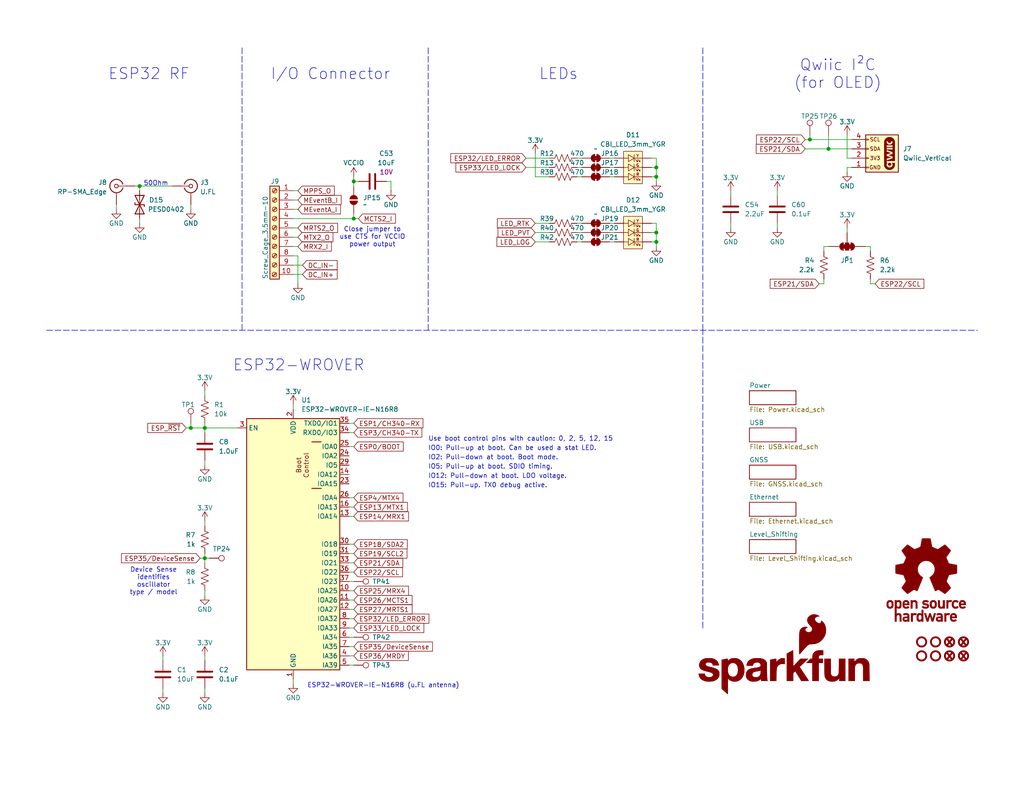
<source format=kicad_sch>
(kicad_sch (version 20231120) (generator "eeschema") (generator_version "8.0")
  (paper "USLetter")
  (title_block (title "RTK mosaic-T") (date "2024-07-22") (rev "v01") (comment 1 "Designed by: P.C."))
  (junction (at 52.07 116.84))
  (junction (at 179.07 45.72))
  (junction (at 179.07 48.26))
  (junction (at 226.06 40.64))
  (junction (at 179.07 66.04))
  (junction (at 96.52 59.69))
  (junction (at 179.07 63.5))
  (junction (at 96.52 49.53))
  (junction (at 220.98 38.1))
  (junction (at 55.88 152.4))
  (junction (at 38.1 50.8))
  (junction (at 55.88 116.84))
  (wire (pts (xy 220.98 36.83) (xy 220.98 38.1)))
  (wire (pts (xy 95.25 118.11) (xy 96.52 118.11)))
  (wire (pts (xy 179.07 66.04) (xy 179.07 67.31)))
  (wire (pts (xy 237.49 76.2) (xy 237.49 77.47)))
  (wire (pts (xy 232.41 45.72) (xy 231.14 45.72)))
  (wire (pts (xy 146.05 63.5) (xy 149.86 63.5)))
  (wire (pts (xy 55.88 162.56) (xy 55.88 161.29)))
  (wire (pts (xy 81.28 52.07) (xy 80.01 52.07)))
  (wire (pts (xy 95.25 179.07) (xy 96.52 179.07)))
  (wire (pts (xy 199.39 53.34) (xy 199.39 52.07)))
  (wire (pts (xy 177.8 43.18) (xy 179.07 43.18)))
  (wire (pts (xy 157.48 60.96) (xy 158.75 60.96)))
  (wire (pts (xy 231.14 62.23) (xy 231.14 63.5)))
  (wire (pts (xy 95.25 148.59) (xy 96.52 148.59)))
  (wire (pts (xy 95.25 168.91) (xy 96.52 168.91)))
  (wire (pts (xy 81.28 69.85) (xy 80.01 69.85)))
  (wire (pts (xy 95.25 138.43) (xy 96.52 138.43)))
  (wire (pts (xy 231.14 45.72) (xy 231.14 46.99)))
  (wire (pts (xy 157.48 43.18) (xy 158.75 43.18)))
  (polyline (pts (xy 191.77 90.17) (xy 191.77 12.7)) (stroke (width 0) (type dash)))
  (wire (pts (xy 166.37 63.5) (xy 167.64 63.5)))
  (wire (pts (xy 80.01 74.93) (xy 82.55 74.93)))
  (wire (pts (xy 224.79 76.2) (xy 224.79 77.47)))
  (polyline (pts (xy 191.77 171.45) (xy 191.77 90.17)) (stroke (width 0) (type dash)))
  (wire (pts (xy 81.28 62.23) (xy 80.01 62.23)))
  (wire (pts (xy 231.14 36.83) (xy 231.14 43.18)))
  (wire (pts (xy 80.01 67.31) (xy 81.28 67.31)))
  (wire (pts (xy 146.05 41.91) (xy 146.05 48.26)))
  (wire (pts (xy 179.07 43.18) (xy 179.07 45.72)))
  (wire (pts (xy 166.37 66.04) (xy 167.64 66.04)))
  (wire (pts (xy 95.25 176.53) (xy 96.52 176.53)))
  (wire (pts (xy 95.25 158.75) (xy 96.52 158.75)))
  (wire (pts (xy 106.68 49.53) (xy 106.68 52.07)))
  (polyline (pts (xy 116.84 90.17) (xy 116.84 12.7)) (stroke (width 0) (type dash)))
  (wire (pts (xy 146.05 66.04) (xy 149.86 66.04)))
  (wire (pts (xy 199.39 60.96) (xy 199.39 62.23)))
  (wire (pts (xy 52.07 115.57) (xy 52.07 116.84)))
  (wire (pts (xy 224.79 67.31) (xy 226.06 67.31)))
  (wire (pts (xy 157.48 63.5) (xy 158.75 63.5)))
  (wire (pts (xy 55.88 189.23) (xy 55.88 187.96)))
  (wire (pts (xy 236.22 67.31) (xy 237.49 67.31)))
  (wire (pts (xy 157.48 66.04) (xy 158.75 66.04)))
  (wire (pts (xy 55.88 106.68) (xy 55.88 107.95)))
  (wire (pts (xy 44.45 189.23) (xy 44.45 187.96)))
  (wire (pts (xy 55.88 116.84) (xy 55.88 118.11)))
  (wire (pts (xy 220.98 38.1) (xy 232.41 38.1)))
  (wire (pts (xy 80.01 110.49) (xy 80.01 111.76)))
  (wire (pts (xy 146.05 60.96) (xy 149.86 60.96)))
  (wire (pts (xy 36.83 50.8) (xy 38.1 50.8)))
  (wire (pts (xy 95.25 161.29) (xy 96.52 161.29)))
  (wire (pts (xy 96.52 59.69) (xy 97.79 59.69)))
  (wire (pts (xy 52.07 116.84) (xy 55.88 116.84)))
  (wire (pts (xy 179.07 60.96) (xy 179.07 63.5)))
  (wire (pts (xy 237.49 77.47) (xy 238.76 77.47)))
  (wire (pts (xy 237.49 68.58) (xy 237.49 67.31)))
  (wire (pts (xy 80.01 57.15) (xy 81.28 57.15)))
  (wire (pts (xy 96.52 49.53) (xy 97.79 49.53)))
  (wire (pts (xy 143.51 45.72) (xy 149.86 45.72)))
  (wire (pts (xy 166.37 48.26) (xy 167.64 48.26)))
  (wire (pts (xy 177.8 63.5) (xy 179.07 63.5)))
  (wire (pts (xy 80.01 186.69) (xy 80.01 185.42)))
  (wire (pts (xy 95.25 151.13) (xy 96.52 151.13)))
  (wire (pts (xy 177.8 45.72) (xy 179.07 45.72)))
  (wire (pts (xy 81.28 69.85) (xy 81.28 77.47)))
  (wire (pts (xy 95.25 115.57) (xy 96.52 115.57)))
  (wire (pts (xy 212.09 52.07) (xy 212.09 53.34)))
  (wire (pts (xy 219.71 40.64) (xy 226.06 40.64)))
  (wire (pts (xy 38.1 60.96) (xy 38.1 59.69)))
  (wire (pts (xy 226.06 40.64) (xy 232.41 40.64)))
  (wire (pts (xy 95.25 153.67) (xy 96.52 153.67)))
  (polyline (pts (xy 12.7 90.17) (xy 266.7 90.17)) (stroke (width 0) (type dash)))
  (wire (pts (xy 166.37 60.96) (xy 167.64 60.96)))
  (wire (pts (xy 177.8 48.26) (xy 179.07 48.26)))
  (wire (pts (xy 177.8 66.04) (xy 179.07 66.04)))
  (wire (pts (xy 38.1 50.8) (xy 46.99 50.8)))
  (wire (pts (xy 212.09 60.96) (xy 212.09 62.23)))
  (polyline (pts (xy 66.04 90.17) (xy 66.04 12.7)) (stroke (width 0) (type dash)))
  (wire (pts (xy 106.68 49.53) (xy 105.41 49.53)))
  (wire (pts (xy 143.51 43.18) (xy 149.86 43.18)))
  (wire (pts (xy 95.25 140.97) (xy 96.52 140.97)))
  (wire (pts (xy 80.01 64.77) (xy 81.28 64.77)))
  (wire (pts (xy 44.45 180.34) (xy 44.45 179.07)))
  (wire (pts (xy 95.25 166.37) (xy 96.52 166.37)))
  (wire (pts (xy 55.88 152.4) (xy 57.15 152.4)))
  (wire (pts (xy 166.37 45.72) (xy 167.64 45.72)))
  (wire (pts (xy 55.88 151.13) (xy 55.88 152.4)))
  (wire (pts (xy 96.52 58.42) (xy 96.52 59.69)))
  (wire (pts (xy 224.79 68.58) (xy 224.79 67.31)))
  (wire (pts (xy 226.06 36.83) (xy 226.06 40.64)))
  (wire (pts (xy 219.71 38.1) (xy 220.98 38.1)))
  (wire (pts (xy 96.52 49.53) (xy 96.52 50.8)))
  (wire (pts (xy 179.07 45.72) (xy 179.07 48.26)))
  (wire (pts (xy 96.52 135.89) (xy 95.25 135.89)))
  (wire (pts (xy 157.48 48.26) (xy 158.75 48.26)))
  (wire (pts (xy 54.61 152.4) (xy 55.88 152.4)))
  (wire (pts (xy 95.25 163.83) (xy 96.52 163.83)))
  (wire (pts (xy 55.88 180.34) (xy 55.88 179.07)))
  (wire (pts (xy 38.1 50.8) (xy 38.1 52.07)))
  (wire (pts (xy 95.25 173.99) (xy 96.52 173.99)))
  (wire (pts (xy 95.25 171.45) (xy 96.52 171.45)))
  (wire (pts (xy 55.88 142.24) (xy 55.88 143.51)))
  (wire (pts (xy 146.05 48.26) (xy 149.86 48.26)))
  (wire (pts (xy 52.07 55.88) (xy 52.07 57.15)))
  (wire (pts (xy 80.01 54.61) (xy 81.28 54.61)))
  (wire (pts (xy 50.8 116.84) (xy 52.07 116.84)))
  (wire (pts (xy 96.52 48.26) (xy 96.52 49.53)))
  (wire (pts (xy 55.88 127) (xy 55.88 125.73)))
  (wire (pts (xy 232.41 43.18) (xy 231.14 43.18)))
  (wire (pts (xy 55.88 152.4) (xy 55.88 153.67)))
  (wire (pts (xy 179.07 63.5) (xy 179.07 66.04)))
  (wire (pts (xy 80.01 59.69) (xy 96.52 59.69)))
  (wire (pts (xy 95.25 121.92) (xy 96.52 121.92)))
  (wire (pts (xy 157.48 45.72) (xy 158.75 45.72)))
  (wire (pts (xy 179.07 48.26) (xy 179.07 49.53)))
  (wire (pts (xy 55.88 116.84) (xy 64.77 116.84)))
  (wire (pts (xy 95.25 181.61) (xy 96.52 181.61)))
  (wire (pts (xy 166.37 43.18) (xy 167.64 43.18)))
  (wire (pts (xy 95.25 156.21) (xy 96.52 156.21)))
  (wire (pts (xy 31.75 55.88) (xy 31.75 57.15)))
  (wire (pts (xy 177.8 60.96) (xy 179.07 60.96)))
  (wire (pts (xy 55.88 116.84) (xy 55.88 115.57)))
  (wire (pts (xy 223.52 77.47) (xy 224.79 77.47)))
  (wire (pts (xy 80.01 72.39) (xy 82.55 72.39)))
  (text "IO15: Pull-up. TX0 debug active." (at 116.84 133.35 0) (effects (font (size 1.27 1.27)) (justify left bottom)))
  (text "IO2: Pull-down at boot. Boot mode." (at 116.84 125.73 0) (effects (font (size 1.27 1.27)) (justify left bottom)))
  (text "ESP32-WROVER\n" (at 63.5 101.6 0) (effects (font (size 3 3)) (justify left bottom)))
  (text "IO0: Pull-up at boot. Can be used a stat LED." (at 116.84 123.19 0) (effects (font (size 1.27 1.27)) (justify left bottom)))
  (text "LEDs" (at 152.4 20.32 0) (effects (font (size 3 3))))
  (text "Qwiic I²C\n(for OLED)" (at 228.6 20.32 0) (effects (font (size 3 3))))
  (text "Device Sense\nidentifies\noscillator\ntype / model" (at 41.91 158.75 0) (effects (font (size 1.27 1.27))))
  (text "Close jumper to\nuse CTS for VCCIO\npower output" (at 101.6 64.77 0) (effects (font (size 1.27 1.27))))
  (text "IO5: Pull-up at boot. SDIO timing." (at 116.84 128.27 0) (effects (font (size 1.27 1.27)) (justify left bottom)))
  (text "ESP32 RF" (at 40.64 20.32 0) (effects (font (size 3 3))))
  (text "I/O Connector" (at 90.17 20.32 0) (effects (font (size 3 3))))
  (text "Use boot control pins with caution: 0, 2, 5, 12, 15" (at 116.84 120.65 0) (effects (font (size 1.27 1.27)) (justify left bottom)))
  (text "ESP32-WROVER-IE-N16R8 (u.FL antenna)" (at 83.82 187.96 0) (effects (font (size 1.27 1.27)) (justify left bottom)))
  (text "IO12: Pull-down at boot. LDO voltage." (at 116.84 130.81 0) (effects (font (size 1.27 1.27)) (justify left bottom)))
  (text "50Ohm" (at 42.545 50.165 0) (effects (font (size 1.27 1.27))))
  (global_label "ESP21{slash}SDA" (shape input) (at 223.52 77.47 180) (property "Intersheetrefs" "${INTERSHEET_REFS}" (effects (hide yes))))
  (global_label "DC_IN-" (shape input) (at 82.55 72.39 0) (property "Intersheetrefs" "${INTERSHEET_REFS}" (effects (hide yes))))
  (global_label "LED_RTK" (shape input) (at 146.05 60.96 180) (property "Intersheetrefs" "${INTERSHEET_REFS}" (effects (hide yes))))
  (global_label "ESP35{slash}DeviceSense" (shape input) (at 96.52 176.53 0) (property "Intersheetrefs" "${INTERSHEET_REFS}" (effects (hide yes))))
  (global_label "ESP25{slash}MRX4" (shape input) (at 96.52 161.29 0) (property "Intersheetrefs" "${INTERSHEET_REFS}" (effects (hide yes))))
  (global_label "ESP33{slash}LED_LOCK" (shape input) (at 96.52 171.45 0) (property "Intersheetrefs" "${INTERSHEET_REFS}" (effects (hide yes))))
  (global_label "LED_PVT" (shape input) (at 146.05 63.5 180) (property "Intersheetrefs" "${INTERSHEET_REFS}" (effects (hide yes))))
  (global_label "ESP22{slash}SCL" (shape input) (at 96.52 156.21 0) (property "Intersheetrefs" "${INTERSHEET_REFS}" (effects (hide yes))))
  (global_label "MTX2_O" (shape input) (at 81.28 64.77 0) (property "Intersheetrefs" "${INTERSHEET_REFS}" (effects (hide yes))))
  (global_label "DC_IN+" (shape input) (at 82.55 74.93 0) (property "Intersheetrefs" "${INTERSHEET_REFS}" (effects (hide yes))))
  (global_label "ESP36{slash}MRDY" (shape input) (at 96.52 179.07 0) (property "Intersheetrefs" "${INTERSHEET_REFS}" (effects (hide yes))))
  (global_label "LED_LOG" (shape input) (at 146.05 66.04 180) (property "Intersheetrefs" "${INTERSHEET_REFS}" (effects (hide yes))))
  (global_label "ESP19{slash}SCL2" (shape input) (at 96.52 151.13 0) (property "Intersheetrefs" "${INTERSHEET_REFS}" (effects (hide yes))))
  (global_label "ESP_~{RST}" (shape input) (at 50.8 116.84 180) (property "Intersheetrefs" "${INTERSHEET_REFS}" (effects (hide yes))))
  (global_label "MRX2_I" (shape input) (at 81.28 67.31 0) (property "Intersheetrefs" "${INTERSHEET_REFS}" (effects (hide yes))))
  (global_label "ESP18{slash}SDA2" (shape input) (at 96.52 148.59 0) (property "Intersheetrefs" "${INTERSHEET_REFS}" (effects (hide yes))))
  (global_label "ESP22{slash}SCL" (shape input) (at 219.71 38.1 180) (property "Intersheetrefs" "${INTERSHEET_REFS}" (effects (hide yes))))
  (global_label "ESP32{slash}LED_ERROR" (shape input) (at 143.51 43.18 180) (property "Intersheetrefs" "${INTERSHEET_REFS}" (effects (hide yes))))
  (global_label "ESP26{slash}MCTS1" (shape input) (at 96.52 163.83 0) (property "Intersheetrefs" "${INTERSHEET_REFS}" (effects (hide yes))))
  (global_label "ESP21{slash}SDA" (shape input) (at 219.71 40.64 180) (property "Intersheetrefs" "${INTERSHEET_REFS}" (effects (hide yes))))
  (global_label "MRTS2_O" (shape input) (at 81.28 62.23 0) (property "Intersheetrefs" "${INTERSHEET_REFS}" (effects (hide yes))))
  (global_label "MPPS_O" (shape input) (at 81.28 52.07 0) (property "Intersheetrefs" "${INTERSHEET_REFS}" (effects (hide yes))))
  (global_label "ESP4{slash}MTX4" (shape input) (at 96.52 135.89 0) (property "Intersheetrefs" "${INTERSHEET_REFS}" (effects (hide yes))))
  (global_label "ESP35{slash}DeviceSense" (shape input) (at 54.61 152.4 180) (property "Intersheetrefs" "${INTERSHEET_REFS}" (effects (hide yes))))
  (global_label "ESP3{slash}CH340-TX" (shape input) (at 96.52 118.11 0) (property "Intersheetrefs" "${INTERSHEET_REFS}" (effects (hide yes))))
  (global_label "MCTS2_I" (shape input) (at 97.79 59.69 0) (property "Intersheetrefs" "${INTERSHEET_REFS}" (effects (hide yes))))
  (global_label "ESP32{slash}LED_ERROR" (shape input) (at 96.52 168.91 0) (property "Intersheetrefs" "${INTERSHEET_REFS}" (effects (hide yes))))
  (global_label "ESP22{slash}SCL" (shape input) (at 238.76 77.47 0) (property "Intersheetrefs" "${INTERSHEET_REFS}" (effects (hide yes))))
  (global_label "ESP0{slash}BOOT" (shape input) (at 96.52 121.92 0) (property "Intersheetrefs" "${INTERSHEET_REFS}" (effects (hide yes))))
  (global_label "ESP14{slash}MRX1" (shape input) (at 96.52 140.97 0) (property "Intersheetrefs" "${INTERSHEET_REFS}" (effects (hide yes))))
  (global_label "ESP13{slash}MTX1" (shape input) (at 96.52 138.43 0) (property "Intersheetrefs" "${INTERSHEET_REFS}" (effects (hide yes))))
  (global_label "ESP21{slash}SDA" (shape input) (at 96.52 153.67 0) (property "Intersheetrefs" "${INTERSHEET_REFS}" (effects (hide yes))))
  (global_label "ESP33{slash}LED_LOCK" (shape input) (at 143.51 45.72 180) (property "Intersheetrefs" "${INTERSHEET_REFS}" (effects (hide yes))))
  (global_label "MEventB_I" (shape input) (at 81.28 54.61 0) (property "Intersheetrefs" "${INTERSHEET_REFS}" (effects (hide yes))))
  (global_label "MEventA_I" (shape input) (at 81.28 57.15 0) (property "Intersheetrefs" "${INTERSHEET_REFS}" (effects (hide yes))))
  (global_label "ESP27{slash}MRTS1" (shape input) (at 96.52 166.37 0) (property "Intersheetrefs" "${INTERSHEET_REFS}" (effects (hide yes))))
  (global_label "ESP1{slash}CH340-RX" (shape input) (at 96.52 115.57 0) (property "Intersheetrefs" "${INTERSHEET_REFS}" (effects (hide yes))))
  (symbol (lib_id "SparkFun-PowerSymbol:GND") (at 231.14 46.99 0) (unit 1)
    (property "Reference" "#PWR081" (effects (hide yes)))
    (property "Value" "GND" (at 231.14 50.8 0))
    (property "Description" "Power symbol creates a global label with name \"GND\" , ground" (effects (hide yes)))
  )
  (symbol (lib_id "SparkFun-Resistor:470_0603") (at 153.67 48.26 0) (unit 1)
    (property "Reference" "R38" (at 149.225 46.99 0))
    (property "Value" "470" (at 157.48 46.99 0))
    (property "Footprint" "SparkFun-Resistor:R_0603_1608Metric" (effects (hide yes)))
    (property "Datasheet" "https://www.vishay.com/docs/20035/dcrcwe3.pdf" (effects (hide yes)))
    (property "Description" "Resistor" (effects (hide yes)))
    (property "PROD_ID" "RES-07869" (effects (hide yes)))
  )
  (symbol (lib_id "SparkFun-PowerSymbol:GND") (at 55.88 127 0) (unit 1)
    (property "Reference" "#PWR05" (effects (hide yes)))
    (property "Value" "GND" (at 55.88 130.81 0))
    (property "Description" "Power symbol creates a global label with name \"GND\" , ground" (effects (hide yes)))
  )
  (symbol (lib_id "SparkFun-Hardware:Standoff") (at 251.46 179.07 0) (unit 1)
    (property "Reference" "ST3" (effects (hide yes)))
    (property "Value" "Standoff" (effects (hide yes)))
    (property "Footprint" "SparkFun-Hardware:Standoff" (effects (hide yes)))
    (property "Description" "Drill holes for mechanically mounting via screws, standoffs, etc." (effects (hide yes)))
  )
  (symbol (lib_id "power:GND") (at 212.09 62.23 0) (unit 1)
    (property "Reference" "#PWR0219" (effects (hide yes)))
    (property "Value" "GND" (at 212.09 66.04 0))
    (property "Description" "Power symbol creates a global label with name \"GND\" , ground" (effects (hide yes)))
  )
  (symbol (lib_id "SparkFun-PowerSymbol:3.3V") (at 55.88 179.07 0) (unit 1)
    (property "Reference" "#PWR096" (effects (hide yes)))
    (property "Value" "3.3V" (at 55.88 175.514 0))
    (property "Description" "Power symbol creates a global label with name \"3.3V\"" (effects (hide yes)))
  )
  (symbol (lib_id "SparkFun-PowerSymbol:VCC") (at 96.52 48.26 0) (unit 1)
    (property "Reference" "#PWR0199" (effects (hide yes)))
    (property "Value" "VCCIO" (at 96.52 44.45 0))
    (property "Description" "Power symbol creates a global label with name \"VCC\"" (effects (hide yes)))
  )
  (symbol (lib_id "SparkFun-PowerSymbol:3.3V") (at 146.05 41.91 0) (unit 1)
    (property "Reference" "#PWR0130" (effects (hide yes)))
    (property "Value" "3.3V" (at 146.05 38.354 0))
    (property "Description" "Power symbol creates a global label with name \"3.3V\"" (effects (hide yes)))
  )
  (symbol (lib_id "SparkFun-Connector:TestPoint_PTH") (at 96.52 181.61 270) (unit 1)
    (property "Reference" "TP43" (at 101.6 181.6099 90) (effects (justify left)))
    (property "Value" "PTH" (effects (hide yes)))
    (property "Footprint" "SparkFun-Connector:1x01" (effects (hide yes)))
    (property "Description" "Test Point" (effects (hide yes)))
  )
  (symbol (lib_id "SparkFun-Capacitor:10uF_0603_6.3V_20%") (at 44.45 184.15 0) (unit 1)
    (property "Reference" "C1" (at 48.26 182.8799 0) (effects (justify left)))
    (property "Value" "10uF" (at 48.26 185.4199 0) (effects (justify left)))
    (property "Footprint" "SparkFun-Capacitor:C_0603_1608Metric" (effects (hide yes)))
    (property "Datasheet" "https://cdn.sparkfun.com/assets/8/a/4/a/5/Kemet_Capacitor_Datasheet.pdf" (effects (hide yes)))
    (property "Description" "Unpolarized capacitor" (effects (hide yes)))
    (property "PROD_ID" "CAP-11015" (effects (hide yes)))
    (property "Voltage" "6.3V" (effects (hide yes)))
    (property "Tolerance" "20%" (effects (hide yes)))
  )
  (symbol (lib_id "SparkFun-Resistor:2.2k_0603") (at 224.79 72.39 270) (unit 1)
    (property "Reference" "R4" (at 222.25 71.1199 90) (effects (justify right)))
    (property "Value" "2.2k" (at 222.25 73.6599 90) (effects (justify right)))
    (property "Footprint" "SparkFun-Resistor:R_0603_1608Metric" (effects (hide yes)))
    (property "Datasheet" "https://www.vishay.com/docs/20035/dcrcwe3.pdf" (effects (hide yes)))
    (property "Description" "Resistor" (effects (hide yes)))
    (property "PROD_ID" "RES-08272" (effects (hide yes)))
  )
  (symbol (lib_id "SparkFun-Aesthetic:SparkFun_Logo") (at 213.36 182.88 0) (unit 1) (on_board no)
    (property "Reference" "G5" (effects (hide yes)))
    (property "Value" "SparkFun_Logo" (effects (hide yes)))
  )
  (symbol (lib_id "SparkFun-Capacitor:1.0uF_0603_16V_10%") (at 55.88 121.92 0) (unit 1)
    (property "Reference" "C8" (at 59.69 120.6499 0) (effects (justify left)))
    (property "Value" "1.0uF" (at 59.69 123.1899 0) (effects (justify left)))
    (property "Footprint" "SparkFun-Capacitor:C_0603_1608Metric" (effects (hide yes)))
    (property "Datasheet" "https://cdn.sparkfun.com/assets/8/a/4/a/5/Kemet_Capacitor_Datasheet.pdf" (effects (hide yes)))
    (property "Description" "Unpolarized capacitor" (effects (hide yes)))
    (property "PROD_ID" "CAP-13930" (effects (hide yes)))
    (property "Voltage" "16V" (effects (hide yes)))
    (property "Tolerance" "10%" (effects (hide yes)))
  )
  (symbol (lib_id "SparkFun-Connector:TestPoint_PTH") (at 96.52 173.99 270) (unit 1)
    (property "Reference" "TP42" (at 101.6 173.9899 90) (effects (justify left)))
    (property "Value" "PTH" (effects (hide yes)))
    (property "Footprint" "SparkFun-Connector:1x01" (effects (hide yes)))
    (property "Description" "Test Point" (effects (hide yes)))
  )
  (symbol (lib_id "SparkFun-Hardware:Standoff") (at 255.27 175.26 0) (unit 1)
    (property "Reference" "ST1" (effects (hide yes)))
    (property "Value" "Standoff" (effects (hide yes)))
    (property "Footprint" "SparkFun-Hardware:Standoff" (effects (hide yes)))
    (property "Description" "Drill holes for mechanically mounting via screws, standoffs, etc." (effects (hide yes)))
  )
  (symbol (lib_id "SparkFun-Aesthetic:Fiducial_0.5mm") (at 262.89 175.26 0) (unit 1)
    (property "Reference" "FID1" (effects (hide yes)))
    (property "Value" "Fiducial_0.5mm" (effects (hide yes)))
    (property "Footprint" "SparkFun-Aesthetic:Fiducial_0.5mm_Mask1mm" (effects (hide yes)))
    (property "Description" "Fiducial Marker" (effects (hide yes)))
  )
  (symbol (lib_id "SparkFun-Aesthetic:Fiducial_0.5mm") (at 262.89 179.07 0) (unit 1)
    (property "Reference" "FID4" (effects (hide yes)))
    (property "Value" "Fiducial_0.5mm" (effects (hide yes)))
    (property "Footprint" "SparkFun-Aesthetic:Fiducial_0.5mm_Mask1mm" (effects (hide yes)))
    (property "Description" "Fiducial Marker" (effects (hide yes)))
  )
  (symbol (lib_id "SparkFun-Jumper:SolderJumper_2_Bridged") (at 162.56 63.5 0) (unit 1)
    (property "Reference" "JP20" (at 166.37 62.23 0))
    (property "Value" "~" (at 162.56 60.96 0))
    (property "Footprint" "SparkFun-Jumper:Jumper_2_NC_Trace" (effects (hide yes)))
    (property "Description" "Solder Jumper, 2-pole, closed/bridged" (effects (hide yes)))
  )
  (symbol (lib_id "power:GND") (at 44.45 189.23 0) (unit 1)
    (property "Reference" "#PWR098" (effects (hide yes)))
    (property "Value" "GND" (at 44.45 193.04 0))
    (property "Description" "Power symbol creates a global label with name \"GND\" , ground" (effects (hide yes)))
  )
  (symbol (lib_id "SparkFun-Jumper:SolderJumper_3_Bridged123") (at 231.14 67.31 180) (unit 1)
    (property "Reference" "JP1" (at 231.14 71.12 0))
    (property "Value" "~" (at 231.14 70.104 0))
    (property "Footprint" "SparkFun-Jumper:Jumper_3_NC-2_Trace" (effects (hide yes)))
    (property "Description" "Solder Jumper, 3-pole, pins 1+2+3 closed/bridged" (effects (hide yes)))
  )
  (symbol (lib_id "SparkFun-Capacitor:2.2uF_0603_10V_20%") (at 199.39 57.15 0) (unit 1)
    (property "Reference" "C54" (at 203.2 55.8799 0) (effects (justify left)))
    (property "Value" "2.2uF" (at 203.2 58.4199 0) (effects (justify left)))
    (property "Footprint" "SparkFun-Capacitor:C_0603_1608Metric" (effects (hide yes)))
    (property "Datasheet" "https://cdn.sparkfun.com/assets/8/a/4/a/5/Kemet_Capacitor_Datasheet.pdf" (effects (hide yes)))
    (property "Description" "Unpolarized capacitor" (effects (hide yes)))
    (property "PROD_ID" "CAP-07888" (effects (hide yes)))
    (property "Voltage" "10V" (effects (hide yes)))
    (property "Tolerance" "20%" (effects (hide yes)))
  )
  (symbol (lib_id "power:GND") (at 106.68 52.07 0) (unit 1)
    (property "Reference" "#PWR0201" (effects (hide yes)))
    (property "Value" "GND" (at 106.68 55.88 0))
    (property "Description" "Power symbol creates a global label with name \"GND\" , ground" (effects (hide yes)))
  )
  (symbol (lib_id "SparkFun-RF:ESP32-WROVER-IE-N16R8") (at 80.01 146.05 0) (unit 1)
    (property "Reference" "U1" (at 82.2041 109.22 0) (effects (justify left)))
    (property "Value" "ESP32-WROVER-IE-N16R8" (at 82.2041 111.76 0) (effects (justify left)))
    (property "Footprint" "SparkFun-RF:ESP32-WROVER-E-IE" (effects (hide yes)))
    (property "Datasheet" "https://www.espressif.com/sites/default/files/documentation/esp32-wrover-e_esp32-wrover-ie_datasheet_en.pdf" (effects (hide yes)))
    (property "PROD_ID" "IC-19265" (effects (hide yes)))
  )
  (symbol (lib_id "power:GND") (at 55.88 189.23 0) (unit 1)
    (property "Reference" "#PWR097" (effects (hide yes)))
    (property "Value" "GND" (at 55.88 193.04 0))
    (property "Description" "Power symbol creates a global label with name \"GND\" , ground" (effects (hide yes)))
  )
  (symbol (lib_id "SparkFun-PowerSymbol:3.3V") (at 80.01 110.49 0) (unit 1)
    (property "Reference" "#PWR0105" (effects (hide yes)))
    (property "Value" "3.3V" (at 80.01 106.934 0))
    (property "Description" "Power symbol creates a global label with name \"3.3V\"" (effects (hide yes)))
  )
  (symbol (lib_id "SparkFun-Jumper:SolderJumper_2_Bridged") (at 162.56 60.96 0) (unit 1)
    (property "Reference" "JP19" (at 166.37 59.69 0))
    (property "Value" "~" (at 162.56 58.42 0))
    (property "Footprint" "SparkFun-Jumper:Jumper_2_NC_Trace" (effects (hide yes)))
    (property "Description" "Solder Jumper, 2-pole, closed/bridged" (effects (hide yes)))
  )
  (symbol (lib_id "SparkFun-Hardware:Standoff") (at 255.27 179.07 0) (unit 1)
    (property "Reference" "ST4" (effects (hide yes)))
    (property "Value" "Standoff" (effects (hide yes)))
    (property "Footprint" "SparkFun-Hardware:Standoff" (effects (hide yes)))
    (property "Description" "Drill holes for mechanically mounting via screws, standoffs, etc." (effects (hide yes)))
  )
  (symbol (lib_id "SparkFun-Resistor:1k_0603") (at 55.88 157.48 90) (unit 1)
    (property "Reference" "R8" (at 53.34 156.2099 90) (effects (justify left)))
    (property "Value" "1k" (at 53.34 158.7499 90) (effects (justify left)))
    (property "Footprint" "SparkFun-Resistor:R_0603_1608Metric" (effects (hide yes)))
    (property "Datasheet" "https://www.vishay.com/docs/20035/dcrcwe3.pdf" (effects (hide yes)))
    (property "Description" "Resistor" (effects (hide yes)))
    (property "PROD_ID" "RES-07856" (effects (hide yes)))
  )
  (symbol (lib_id "SparkFun-PowerSymbol:3.3V") (at 55.88 142.24 0) (unit 1)
    (property "Reference" "#PWR0104" (effects (hide yes)))
    (property "Value" "3.3V" (at 55.88 138.684 0))
    (property "Description" "Power symbol creates a global label with name \"3.3V\"" (effects (hide yes)))
  )
  (symbol (lib_id "SparkFun-Aesthetic:OSHW_Logo") (at 252.73 162.56 0) (unit 1) (in_bom no)
    (property "Reference" "G1" (effects (hide yes)))
    (property "Value" "OSHW_Logo" (effects (hide yes)))
    (property "Footprint" "SparkFun-Aesthetic:Creative_Commons_License" (effects (hide yes)))
  )
  (symbol (lib_id "SparkFun-PowerSymbol:3.3V") (at 44.45 179.07 0) (unit 1)
    (property "Reference" "#PWR095" (effects (hide yes)))
    (property "Value" "3.3V" (at 44.45 175.514 0))
    (property "Description" "Power symbol creates a global label with name \"3.3V\"" (effects (hide yes)))
  )
  (symbol (lib_id "SparkFun-PowerSymbol:3.3V") (at 231.14 36.83 0) (unit 1)
    (property "Reference" "#PWR0101" (effects (hide yes)))
    (property "Value" "3.3V" (at 231.14 33.274 0))
    (property "Description" "Power symbol creates a global label with name \"3.3V\"" (effects (hide yes)))
  )
  (symbol (lib_id "SparkFun-Connector:TestPoint_PTH") (at 226.06 36.83 0) (unit 1)
    (property "Reference" "TP26" (at 226.06 31.75 0))
    (property "Value" "PTH" (effects (hide yes)))
    (property "Footprint" "SparkFun-Connector:1x01" (effects (hide yes)))
    (property "Description" "Test Point" (effects (hide yes)))
  )
  (symbol (lib_id "SparkFun-RF:RP-SMA_EdgeMount") (at 31.75 50.8 0) (mirror y) (unit 1)
    (property "Reference" "J8" (at 29.21 49.8231 0) (effects (justify left)))
    (property "Value" "RP-SMA_Edge" (at 29.21 52.3631 0) (effects (justify left)))
    (property "Footprint" "SparkFun-Connector:RP-SMA_Edge" (effects (hide yes)))
    (property "Datasheet" "https://www.sparkfun.com/datasheets/Wireless/Antenna/RPSMA-Connector.pdf" (effects (hide yes)))
    (property "Description" "Reverse Polarized SMA PCB Edge Mount connector" (effects (hide yes)))
    (property "PROD_ID" "CONN-00827" (effects (hide yes)))
  )
  (symbol (lib_id "SparkFun-Capacitor:0.1uF_0603_25V_20%") (at 212.09 57.15 0) (unit 1)
    (property "Reference" "C60" (at 215.9 55.8799 0) (effects (justify left)))
    (property "Value" "0.1uF" (at 215.9 58.4199 0) (effects (justify left)))
    (property "Footprint" "SparkFun-Capacitor:C_0603_1608Metric" (effects (hide yes)))
    (property "Datasheet" "https://cdn.sparkfun.com/assets/8/a/4/a/5/Kemet_Capacitor_Datasheet.pdf" (effects (hide yes)))
    (property "Description" "Unpolarized capacitor" (effects (hide yes)))
    (property "PROD_ID" "CAP-00810" (effects (hide yes)))
    (property "Voltage" "25V" (effects (hide yes)))
    (property "Tolerance" "20%" (effects (hide yes)))
  )
  (symbol (lib_id "SparkFun-Connector:TestPoint_PTH") (at 96.52 158.75 270) (unit 1)
    (property "Reference" "TP41" (at 101.6 158.7499 90) (effects (justify left)))
    (property "Value" "PTH" (effects (hide yes)))
    (property "Footprint" "SparkFun-Connector:1x01" (effects (hide yes)))
    (property "Description" "Test Point" (effects (hide yes)))
  )
  (symbol (lib_id "SparkFun-PowerSymbol:GND") (at 179.07 49.53 0) (unit 1)
    (property "Reference" "#PWR0100" (effects (hide yes)))
    (property "Value" "GND" (at 179.07 53.34 0))
    (property "Description" "Power symbol creates a global label with name \"GND\" , ground" (effects (hide yes)))
  )
  (symbol (lib_id "power:GND") (at 38.1 60.96 0) (unit 1)
    (property "Reference" "#PWR0172" (effects (hide yes)))
    (property "Value" "GND" (at 38.1 64.77 0))
    (property "Description" "Power symbol creates a global label with name \"GND\" , ground" (effects (hide yes)))
  )
  (symbol (lib_id "SparkFun-PowerSymbol:3.3V") (at 212.09 52.07 0) (unit 1)
    (property "Reference" "#PWR0218" (effects (hide yes)))
    (property "Value" "3.3V" (at 212.09 48.514 0))
    (property "Description" "Power symbol creates a global label with name \"3.3V\"" (effects (hide yes)))
  )
  (symbol (lib_id "SparkFun-LED:CBI_LED_Triple_3mm_PTH_YGR") (at 172.72 63.5 0) (unit 1)
    (property "Reference" "D12" (at 172.72 54.61 0))
    (property "Value" "CBI_LED_3mm_YGR" (at 172.72 57.15 0))
    (property "Footprint" "SparkFun-LED:CBI_LED_Triple_3mm_PTH" (effects (hide yes)))
    (property "Datasheet" "https://www.mouser.com/datasheet/2/244/SSF-LXH340LYGID-1176757.pdf" (effects (hide yes)))
    (property "Description" "Triple CBI LED, 3mm dia., PTH, Yellow-Green-Red" (effects (hide yes)))
    (property "PROD_ID" "DIO-19990" (effects (hide yes)))
  )
  (symbol (lib_id "SparkFun-Jumper:SolderJumper_2_Open") (at 96.52 54.61 90) (unit 1)
    (property "Reference" "JP15" (at 99.06 53.9749 90) (effects (justify right)))
    (property "Value" "~" (at 99.06 55.88 90) (effects (justify right)))
    (property "Footprint" "SparkFun-Jumper:Jumper_2_NO" (effects (hide yes)))
    (property "Description" "Solder Jumper, 2-pole, open" (effects (hide yes)))
  )
  (symbol (lib_id "SparkFun-DiscreteSemi:D_TVS_0402") (at 38.1 55.88 90) (unit 1)
    (property "Reference" "D15" (at 40.64 54.61 90) (effects (justify right)))
    (property "Value" " PESD0402" (at 39.37 57.15 90) (effects (justify right)))
    (property "Footprint" "SparkFun-Capacitor:C_0402_1005Metric" (effects (hide yes)))
    (property "Datasheet" "https://www.littelfuse.com/~/media/electronics/product_specifications/polymer_esd_suppressors/littelfuse_polymer_esd_suppressor_pesd0402_140_product_specification.pdf.pdf" (effects (hide yes)))
    (property "Description" "Bidirectional transient-voltage-suppression diode" (effects (hide yes)))
    (property "PROD_ID" "DIO-15359" (effects (hide yes)))
  )
  (symbol (lib_id "SparkFun-Resistor:470_0603") (at 153.67 43.18 0) (unit 1)
    (property "Reference" "R12" (at 149.225 41.91 0))
    (property "Value" "470" (at 157.48 41.91 0))
    (property "Footprint" "SparkFun-Resistor:R_0603_1608Metric" (effects (hide yes)))
    (property "Datasheet" "https://www.vishay.com/docs/20035/dcrcwe3.pdf" (effects (hide yes)))
    (property "Description" "Resistor" (effects (hide yes)))
    (property "PROD_ID" "RES-07869" (effects (hide yes)))
  )
  (symbol (lib_id "SparkFun-PowerSymbol:3.3V") (at 199.39 52.07 0) (unit 1)
    (property "Reference" "#PWR0216" (effects (hide yes)))
    (property "Value" "3.3V" (at 199.39 48.514 0))
    (property "Description" "Power symbol creates a global label with name \"3.3V\"" (effects (hide yes)))
  )
  (symbol (lib_id "SparkFun-Jumper:SolderJumper_2_Bridged") (at 162.56 45.72 0) (unit 1)
    (property "Reference" "JP17" (at 166.37 44.45 0))
    (property "Value" "~" (at 162.56 43.18 0))
    (property "Footprint" "SparkFun-Jumper:Jumper_2_NC_Trace" (effects (hide yes)))
    (property "Description" "Solder Jumper, 2-pole, closed/bridged" (effects (hide yes)))
  )
  (symbol (lib_id "SparkFun-Jumper:SolderJumper_2_Bridged") (at 162.56 48.26 0) (unit 1)
    (property "Reference" "JP18" (at 166.37 46.99 0))
    (property "Value" "~" (at 162.56 45.72 0))
    (property "Footprint" "SparkFun-Jumper:Jumper_2_NC_Trace" (effects (hide yes)))
    (property "Description" "Solder Jumper, 2-pole, closed/bridged" (effects (hide yes)))
  )
  (symbol (lib_id "power:GND") (at 199.39 62.23 0) (unit 1)
    (property "Reference" "#PWR0217" (effects (hide yes)))
    (property "Value" "GND" (at 199.39 66.04 0))
    (property "Description" "Power symbol creates a global label with name \"GND\" , ground" (effects (hide yes)))
  )
  (symbol (lib_id "SparkFun-Connector:TestPoint_PTH") (at 220.98 36.83 0) (unit 1)
    (property "Reference" "TP25" (at 220.98 31.75 0))
    (property "Value" "PTH" (effects (hide yes)))
    (property "Footprint" "SparkFun-Connector:1x01" (effects (hide yes)))
    (property "Description" "Test Point" (effects (hide yes)))
  )
  (symbol (lib_id "SparkFun-Aesthetic:SparkFun_Logo") (at 213.36 182.88 0) (unit 1) (on_board no)
    (property "Reference" "G3" (effects (hide yes)))
    (property "Value" "SparkFun_Logo" (effects (hide yes)))
  )
  (symbol (lib_id "SparkFun-Aesthetic:Fiducial_0.5mm") (at 259.08 175.26 0) (unit 1)
    (property "Reference" "FID2" (effects (hide yes)))
    (property "Value" "Fiducial_0.5mm" (effects (hide yes)))
    (property "Footprint" "SparkFun-Aesthetic:Fiducial_0.5mm_Mask1mm" (effects (hide yes)))
    (property "Description" "Fiducial Marker" (effects (hide yes)))
  )
  (symbol (lib_id "SparkFun-Connector:Qwiic_Vertical") (at 237.49 40.64 0) (unit 1)
    (property "Reference" "J7" (at 246.38 40.6399 0) (effects (justify left)))
    (property "Value" "Qwiic_Vertical" (at 246.38 43.1799 0) (effects (justify left)))
    (property "Footprint" "SparkFun-Connector:JST_SMD_1.0mm-4_Vertical" (effects (hide yes)))
    (property "Datasheet" "https://www.jst-mfg.com/product/pdf/eng/eSH.pdf" (effects (hide yes)))
    (property "Description" "4 pin JST 1mm polarized connector for I2C" (effects (hide yes)))
    (property "PROD_ID" "CONN-14483" (effects (hide yes)))
  )
  (symbol (lib_id "SparkFun-Resistor:2.2k_0603") (at 237.49 72.39 270) (unit 1)
    (property "Reference" "R6" (at 240.03 71.1199 90) (effects (justify left)))
    (property "Value" "2.2k" (at 240.03 73.6599 90) (effects (justify left)))
    (property "Footprint" "SparkFun-Resistor:R_0603_1608Metric" (effects (hide yes)))
    (property "Datasheet" "https://www.vishay.com/docs/20035/dcrcwe3.pdf" (effects (hide yes)))
    (property "Description" "Resistor" (effects (hide yes)))
    (property "PROD_ID" "RES-08272" (effects (hide yes)))
  )
  (symbol (lib_id "SparkFun-Resistor:10k_0603") (at 55.88 111.76 90) (unit 1)
    (property "Reference" "R1" (at 58.42 110.4899 90) (effects (justify right)))
    (property "Value" "10k" (at 58.42 113.0299 90) (effects (justify right)))
    (property "Footprint" "SparkFun-Resistor:R_0603_1608Metric" (effects (hide yes)))
    (property "Datasheet" "https://www.vishay.com/docs/20035/dcrcwe3.pdf" (effects (hide yes)))
    (property "Description" "Resistor" (effects (hide yes)))
    (property "PROD_ID" "RES-00824" (effects (hide yes)))
  )
  (symbol (lib_id "SparkFun-Jumper:SolderJumper_2_Bridged") (at 162.56 66.04 0) (unit 1)
    (property "Reference" "JP21" (at 166.37 64.77 0))
    (property "Value" "~" (at 162.56 63.5 0))
    (property "Footprint" "SparkFun-Jumper:Jumper_2_NC_Trace" (effects (hide yes)))
    (property "Description" "Solder Jumper, 2-pole, closed/bridged" (effects (hide yes)))
  )
  (symbol (lib_id "SparkFun-Jumper:SolderJumper_2_Bridged") (at 162.56 43.18 0) (unit 1)
    (property "Reference" "JP16" (at 166.37 41.91 0))
    (property "Value" "~" (at 162.56 40.64 0))
    (property "Footprint" "SparkFun-Jumper:Jumper_2_NC_Trace" (effects (hide yes)))
    (property "Description" "Solder Jumper, 2-pole, closed/bridged" (effects (hide yes)))
  )
  (symbol (lib_id "SparkFun-PowerSymbol:3.3V") (at 55.88 106.68 0) (unit 1)
    (property "Reference" "#PWR0103" (effects (hide yes)))
    (property "Value" "3.3V" (at 55.88 103.124 0))
    (property "Description" "Power symbol creates a global label with name \"3.3V\"" (effects (hide yes)))
  )
  (symbol (lib_id "SparkFun-PowerSymbol:GND") (at 31.75 57.15 0) (unit 1)
    (property "Reference" "#PWR0128" (effects (hide yes)))
    (property "Value" "GND" (at 31.75 60.96 0))
    (property "Description" "Power symbol creates a global label with name \"GND\" , ground" (effects (hide yes)))
  )
  (symbol (lib_id "SparkFun-Connector:TestPoint_PTH") (at 57.15 152.4 270) (unit 1)
    (property "Reference" "TP24" (at 60.452 149.86 90))
    (property "Value" "PTH" (effects (hide yes)))
    (property "Footprint" "SparkFun-Connector:1x01" (effects (hide yes)))
    (property "Description" "Test Point" (effects (hide yes)))
  )
  (symbol (lib_id "SparkFun-Resistor:470_0603") (at 153.67 63.5 0) (unit 1)
    (property "Reference" "R40" (at 149.225 62.23 0))
    (property "Value" "470" (at 157.48 62.23 0))
    (property "Footprint" "SparkFun-Resistor:R_0603_1608Metric" (effects (hide yes)))
    (property "Datasheet" "https://www.vishay.com/docs/20035/dcrcwe3.pdf" (effects (hide yes)))
    (property "Description" "Resistor" (effects (hide yes)))
    (property "PROD_ID" "RES-07869" (effects (hide yes)))
  )
  (symbol (lib_id "SparkFun-PowerSymbol:GND") (at 179.07 67.31 0) (unit 1)
    (property "Reference" "#PWR0108" (effects (hide yes)))
    (property "Value" "GND" (at 179.07 71.12 0))
    (property "Description" "Power symbol creates a global label with name \"GND\" , ground" (effects (hide yes)))
  )
  (symbol (lib_id "SparkFun-LED:CBI_LED_Triple_3mm_PTH_YGR") (at 172.72 45.72 0) (unit 1)
    (property "Reference" "D11" (at 172.72 36.83 0))
    (property "Value" "CBI_LED_3mm_YGR" (at 172.72 39.37 0))
    (property "Footprint" "SparkFun-LED:CBI_LED_Triple_3mm_PTH" (effects (hide yes)))
    (property "Datasheet" "https://www.mouser.com/datasheet/2/244/SSF-LXH340LYGID-1176757.pdf" (effects (hide yes)))
    (property "Description" "Triple CBI LED, 3mm dia., PTH, Yellow-Green-Red" (effects (hide yes)))
    (property "PROD_ID" "DIO-19990" (effects (hide yes)))
  )
  (symbol (lib_id "SparkFun-Connector:Screw_Cage_3.5mm-10") (at 74.93 62.23 0) (mirror y) (unit 1)
    (property "Reference" "J9" (at 76.2 49.53 0) (effects (justify left)))
    (property "Value" "Screw_Cage_3.5mm-10" (at 72.39 76.2 90) (effects (justify left)))
    (property "Footprint" "SparkFun-Connector:Screw_Cage_3.5mm-10" (effects (hide yes)))
    (property "Datasheet" "https://cdn.sparkfun.com/assets/b/9/7/3/6/19854.pdf" (effects (hide yes)))
    (property "Description" "Screw cage terminal, single row" (effects (hide yes)))
    (property "PROD_ID" "CONN-17279" (effects (hide yes)))
  )
  (symbol (lib_id "SparkFun-PowerSymbol:GND") (at 52.07 57.15 0) (unit 1)
    (property "Reference" "#PWR0129" (effects (hide yes)))
    (property "Value" "GND" (at 52.07 60.96 0))
    (property "Description" "Power symbol creates a global label with name \"GND\" , ground" (effects (hide yes)))
  )
  (symbol (lib_id "SparkFun-RF:U.FL") (at 52.07 50.8 0) (unit 1)
    (property "Reference" "J3" (at 54.61 49.8231 0) (effects (justify left)))
    (property "Value" "U.FL" (at 54.61 52.3631 0) (effects (justify left)))
    (property "Footprint" "SparkFun-Connector:U.FL" (effects (hide yes)))
    (property "Datasheet" "https://mm.digikey.com/Volume0/opasdata/d220001/medias/docus/2607/UFL%20Series.pdf" (effects (hide yes)))
    (property "Description" "SMA PCB Edge Mount connector SMD" (effects (hide yes)))
    (property "PROD_ID" "CONN-09193" (effects (hide yes)))
  )
  (symbol (lib_id "SparkFun-Hardware:Standoff") (at 251.46 175.26 0) (unit 1)
    (property "Reference" "ST2" (effects (hide yes)))
    (property "Value" "Standoff" (effects (hide yes)))
    (property "Footprint" "SparkFun-Hardware:Standoff" (effects (hide yes)))
    (property "Description" "Drill holes for mechanically mounting via screws, standoffs, etc." (effects (hide yes)))
  )
  (symbol (lib_id "SparkFun-PowerSymbol:GND") (at 81.28 77.47 0) (unit 1)
    (property "Reference" "#PWR099" (effects (hide yes)))
    (property "Value" "GND" (at 81.28 81.28 0))
    (property "Description" "Power symbol creates a global label with name \"GND\" , ground" (effects (hide yes)))
  )
  (symbol (lib_id "SparkFun-PowerSymbol:3.3V") (at 231.14 62.23 0) (unit 1)
    (property "Reference" "#PWR080" (effects (hide yes)))
    (property "Value" "3.3V" (at 231.14 58.674 0))
    (property "Description" "Power symbol creates a global label with name \"3.3V\"" (effects (hide yes)))
  )
  (symbol (lib_id "SparkFun-Connector:TestPoint_PTH") (at 52.07 115.57 0) (unit 1)
    (property "Reference" "TP1" (at 49.53 110.49 0) (effects (justify left)))
    (property "Value" "PTH" (effects (hide yes)))
    (property "Footprint" "SparkFun-Connector:1x01" (effects (hide yes)))
    (property "Description" "Test Point" (effects (hide yes)))
  )
  (symbol (lib_id "power:GND") (at 80.01 186.69 0) (unit 1)
    (property "Reference" "#PWR03" (effects (hide yes)))
    (property "Value" "GND" (at 80.01 190.5 0))
    (property "Description" "Power symbol creates a global label with name \"GND\" , ground" (effects (hide yes)))
  )
  (symbol (lib_id "SparkFun-Resistor:470_0603") (at 153.67 45.72 0) (unit 1)
    (property "Reference" "R13" (at 149.225 44.45 0))
    (property "Value" "470" (at 157.48 44.45 0))
    (property "Footprint" "SparkFun-Resistor:R_0603_1608Metric" (effects (hide yes)))
    (property "Datasheet" "https://www.vishay.com/docs/20035/dcrcwe3.pdf" (effects (hide yes)))
    (property "Description" "Resistor" (effects (hide yes)))
    (property "PROD_ID" "RES-07869" (effects (hide yes)))
  )
  (symbol (lib_id "SparkFun-Aesthetic:Fiducial_0.5mm") (at 259.08 179.07 0) (unit 1)
    (property "Reference" "FID3" (effects (hide yes)))
    (property "Value" "Fiducial_0.5mm" (effects (hide yes)))
    (property "Footprint" "SparkFun-Aesthetic:Fiducial_0.5mm_Mask1mm" (effects (hide yes)))
    (property "Description" "Fiducial Marker" (effects (hide yes)))
  )
  (symbol (lib_id "SparkFun-Resistor:470_0603") (at 153.67 66.04 0) (unit 1)
    (property "Reference" "R42" (at 149.225 64.77 0))
    (property "Value" "470" (at 157.48 64.77 0))
    (property "Footprint" "SparkFun-Resistor:R_0603_1608Metric" (effects (hide yes)))
    (property "Datasheet" "https://www.vishay.com/docs/20035/dcrcwe3.pdf" (effects (hide yes)))
    (property "Description" "Resistor" (effects (hide yes)))
    (property "PROD_ID" "RES-07869" (effects (hide yes)))
  )
  (symbol (lib_id "SparkFun-Capacitor:0.1uF_0603_25V_20%") (at 55.88 184.15 0) (unit 1)
    (property "Reference" "C2" (at 59.69 182.8799 0) (effects (justify left)))
    (property "Value" "0.1uF" (at 59.69 185.4199 0) (effects (justify left)))
    (property "Footprint" "SparkFun-Capacitor:C_0603_1608Metric" (effects (hide yes)))
    (property "Datasheet" "https://cdn.sparkfun.com/assets/8/a/4/a/5/Kemet_Capacitor_Datasheet.pdf" (effects (hide yes)))
    (property "Description" "Unpolarized capacitor" (effects (hide yes)))
    (property "PROD_ID" "CAP-00810" (effects (hide yes)))
    (property "Voltage" "25V" (effects (hide yes)))
    (property "Tolerance" "20%" (effects (hide yes)))
  )
  (symbol (lib_id "power:GND") (at 55.88 162.56 0) (unit 1)
    (property "Reference" "#PWR035" (effects (hide yes)))
    (property "Value" "GND" (at 55.88 166.37 0))
    (property "Description" "Power symbol creates a global label with name \"GND\" , ground" (effects (hide yes)))
  )
  (symbol (lib_id "SparkFun-Resistor:470_0603") (at 153.67 60.96 0) (unit 1)
    (property "Reference" "R39" (at 149.225 59.69 0))
    (property "Value" "470" (at 157.48 59.69 0))
    (property "Footprint" "SparkFun-Resistor:R_0603_1608Metric" (effects (hide yes)))
    (property "Datasheet" "https://www.vishay.com/docs/20035/dcrcwe3.pdf" (effects (hide yes)))
    (property "Description" "Resistor" (effects (hide yes)))
    (property "PROD_ID" "RES-07869" (effects (hide yes)))
  )
  (symbol (lib_id "SparkFun-Resistor:1k_0603") (at 55.88 147.32 90) (unit 1)
    (property "Reference" "R7" (at 53.34 146.0499 90) (effects (justify left)))
    (property "Value" "1k" (at 53.34 148.5899 90) (effects (justify left)))
    (property "Footprint" "SparkFun-Resistor:R_0603_1608Metric" (effects (hide yes)))
    (property "Datasheet" "https://www.vishay.com/docs/20035/dcrcwe3.pdf" (effects (hide yes)))
    (property "Description" "Resistor" (effects (hide yes)))
    (property "PROD_ID" "RES-07856" (effects (hide yes)))
  )
  (symbol (lib_id "SparkFun-Capacitor:10uF_0603_10V_20%") (at 101.6 49.53 90) (unit 1)
    (property "Reference" "C53" (at 105.41 41.91 90))
    (property "Value" "10uF" (at 105.41 44.45 90))
    (property "Footprint" "SparkFun-Capacitor:C_0603_1608Metric" (effects (hide yes)))
    (property "Datasheet" "https://cdn.sparkfun.com/assets/8/a/4/a/5/Kemet_Capacitor_Datasheet.pdf" (effects (hide yes)))
    (property "Description" "Unpolarized capacitor" (effects (hide yes)))
    (property "PROD_ID" "CAP-20155" (effects (hide yes)))
    (property "Voltage" "10V" (at 105.41 46.99 90))
    (property "Tolerance" "20%" (effects (hide yes)))
  )
  (sheet (at 204.47 116.84) (size 12.7 3.81) (stroke (width 0.1524))
    (property "Sheetname" "USB" (at 204.47 116.1284 0) (effects (justify left bottom)))
    (property "Sheetfile" "USB.kicad_sch" (at 204.47 121.2346 0) (effects (justify left top)))
  )
  (sheet (at 204.47 127) (size 12.7 3.81) (stroke (width 0.1524))
    (property "Sheetname" "GNSS" (at 204.47 126.2884 0) (effects (justify left bottom)))
    (property "Sheetfile" "GNSS.kicad_sch" (at 204.47 131.3946 0) (effects (justify left top)))
  )
  (sheet (at 204.47 106.68) (size 12.7 3.81) (stroke (width 0.1524))
    (property "Sheetname" "Power" (at 204.47 105.9684 0) (effects (justify left bottom)))
    (property "Sheetfile" "Power.kicad_sch" (at 204.47 111.0746 0) (effects (justify left top)))
  )
  (sheet (at 204.47 137.16) (size 12.7 3.81) (stroke (width 0.1524))
    (property "Sheetname" "Ethernet" (at 204.47 136.4484 0) (effects (justify left bottom)))
    (property "Sheetfile" "Ethernet.kicad_sch" (at 204.47 141.5546 0) (effects (justify left top)))
  )
  (sheet (at 204.47 147.32) (size 12.7 3.81) (stroke (width 0.1524))
    (property "Sheetname" "Level_Shifting" (at 204.47 146.6084 0) (effects (justify left bottom)))
    (property "Sheetfile" "Level_Shifting.kicad_sch" (at 204.47 151.7146 0) (effects (justify left top)))
  )
)
</source>
